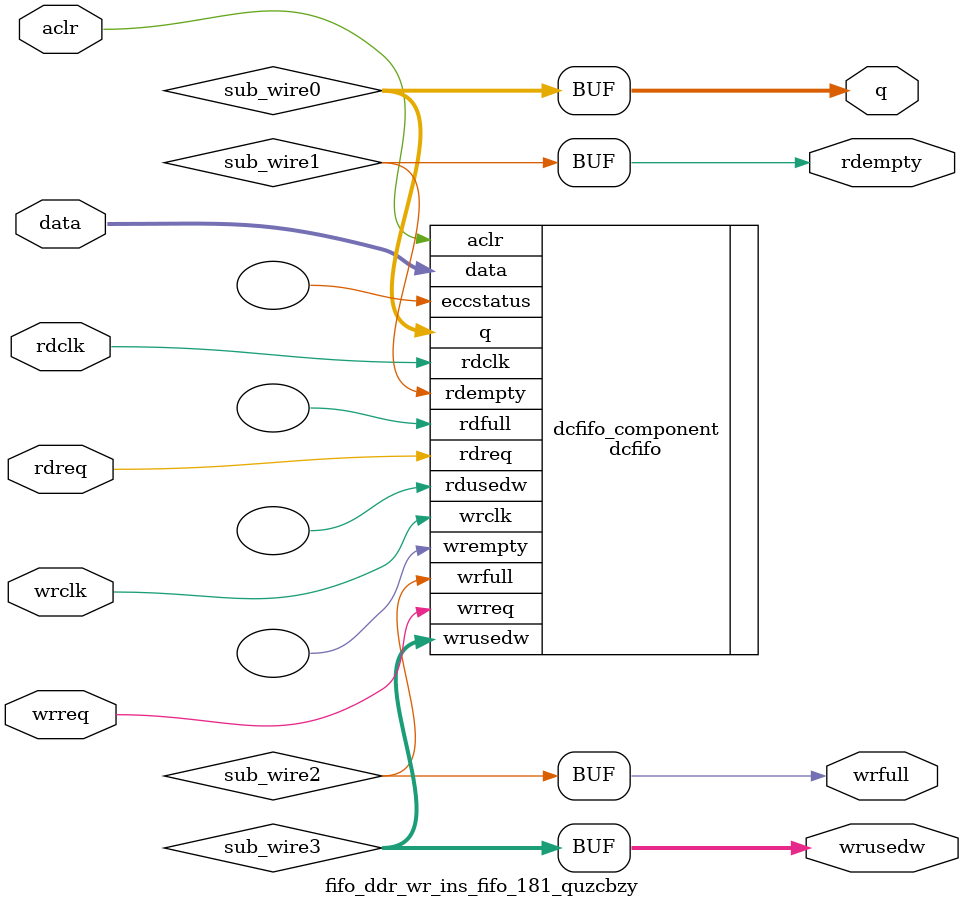
<source format=v>



`timescale 1 ps / 1 ps
// synopsys translate_on
module  fifo_ddr_wr_ins_fifo_181_quzcbzy  (
    aclr,
    data,
    rdclk,
    rdreq,
    wrclk,
    wrreq,
    q,
    rdempty,
    wrfull,
    wrusedw);

    input    aclr;
    input  [545:0]  data;
    input    rdclk;
    input    rdreq;
    input    wrclk;
    input    wrreq;
    output [545:0]  q;
    output   rdempty;
    output   wrfull;
    output [7:0]  wrusedw;
`ifndef ALTERA_RESERVED_QIS
// synopsys translate_off
`endif
    tri0     aclr;
`ifndef ALTERA_RESERVED_QIS
// synopsys translate_on
`endif

    wire [545:0] sub_wire0;
    wire  sub_wire1;
    wire  sub_wire2;
    wire [7:0] sub_wire3;
    wire [545:0] q = sub_wire0[545:0];
    wire  rdempty = sub_wire1;
    wire  wrfull = sub_wire2;
    wire [7:0] wrusedw = sub_wire3[7:0];

    dcfifo  dcfifo_component (
                .aclr (aclr),
                .data (data),
                .rdclk (rdclk),
                .rdreq (rdreq),
                .wrclk (wrclk),
                .wrreq (wrreq),
                .q (sub_wire0),
                .rdempty (sub_wire1),
                .wrfull (sub_wire2),
                .wrusedw (sub_wire3),
                .eccstatus (),
                .rdfull (),
                .rdusedw (),
                .wrempty ());
    defparam
        dcfifo_component.enable_ecc  = "FALSE",
        dcfifo_component.intended_device_family  = "Arria 10",
        dcfifo_component.lpm_hint  = "DISABLE_DCFIFO_EMBEDDED_TIMING_CONSTRAINT=TRUE",
        dcfifo_component.lpm_numwords  = 256,
        dcfifo_component.lpm_showahead  = "ON",
        dcfifo_component.lpm_type  = "dcfifo",
        dcfifo_component.lpm_width  = 546,
        dcfifo_component.lpm_widthu  = 8,
        dcfifo_component.overflow_checking  = "ON",
        dcfifo_component.rdsync_delaypipe  = 4,
        dcfifo_component.read_aclr_synch  = "OFF",
        dcfifo_component.underflow_checking  = "ON",
        dcfifo_component.use_eab  = "ON",
        dcfifo_component.write_aclr_synch  = "OFF",
        dcfifo_component.wrsync_delaypipe  = 4;


endmodule



</source>
